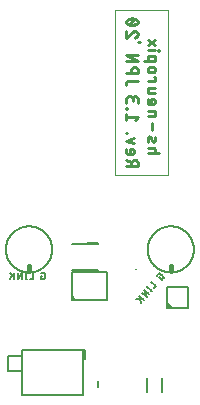
<source format=gbo>
G75*
%MOIN*%
%OFA0B0*%
%FSLAX25Y25*%
%IPPOS*%
%LPD*%
%AMOC8*
5,1,8,0,0,1.08239X$1,22.5*
%
%ADD10C,0.00787*%
%ADD11C,0.01575*%
%ADD12C,0.00600*%
%ADD13C,0.00900*%
%ADD14C,0.00394*%
%ADD15C,0.00500*%
D10*
X0166691Y0119457D02*
X0166693Y0119646D01*
X0166700Y0119834D01*
X0166712Y0120022D01*
X0166728Y0120210D01*
X0166749Y0120398D01*
X0166774Y0120585D01*
X0166804Y0120771D01*
X0166839Y0120957D01*
X0166878Y0121141D01*
X0166921Y0121325D01*
X0166969Y0121507D01*
X0167022Y0121688D01*
X0167079Y0121868D01*
X0167140Y0122047D01*
X0167206Y0122224D01*
X0167276Y0122399D01*
X0167350Y0122572D01*
X0167429Y0122744D01*
X0167512Y0122913D01*
X0167599Y0123081D01*
X0167690Y0123246D01*
X0167785Y0123409D01*
X0167884Y0123570D01*
X0167986Y0123728D01*
X0168093Y0123883D01*
X0168204Y0124036D01*
X0168318Y0124186D01*
X0168436Y0124334D01*
X0168557Y0124478D01*
X0168682Y0124619D01*
X0168811Y0124757D01*
X0168942Y0124893D01*
X0169078Y0125024D01*
X0169216Y0125153D01*
X0169357Y0125278D01*
X0169501Y0125399D01*
X0169649Y0125517D01*
X0169799Y0125631D01*
X0169952Y0125742D01*
X0170107Y0125849D01*
X0170265Y0125951D01*
X0170426Y0126050D01*
X0170589Y0126145D01*
X0170754Y0126236D01*
X0170922Y0126323D01*
X0171091Y0126406D01*
X0171263Y0126485D01*
X0171436Y0126559D01*
X0171611Y0126629D01*
X0171788Y0126695D01*
X0171967Y0126756D01*
X0172147Y0126813D01*
X0172328Y0126866D01*
X0172510Y0126914D01*
X0172694Y0126957D01*
X0172878Y0126996D01*
X0173064Y0127031D01*
X0173250Y0127061D01*
X0173437Y0127086D01*
X0173625Y0127107D01*
X0173813Y0127123D01*
X0174001Y0127135D01*
X0174189Y0127142D01*
X0174378Y0127144D01*
X0174567Y0127142D01*
X0174755Y0127135D01*
X0174943Y0127123D01*
X0175131Y0127107D01*
X0175319Y0127086D01*
X0175506Y0127061D01*
X0175692Y0127031D01*
X0175878Y0126996D01*
X0176062Y0126957D01*
X0176246Y0126914D01*
X0176428Y0126866D01*
X0176609Y0126813D01*
X0176789Y0126756D01*
X0176968Y0126695D01*
X0177145Y0126629D01*
X0177320Y0126559D01*
X0177493Y0126485D01*
X0177665Y0126406D01*
X0177834Y0126323D01*
X0178002Y0126236D01*
X0178167Y0126145D01*
X0178330Y0126050D01*
X0178491Y0125951D01*
X0178649Y0125849D01*
X0178804Y0125742D01*
X0178957Y0125631D01*
X0179107Y0125517D01*
X0179255Y0125399D01*
X0179399Y0125278D01*
X0179540Y0125153D01*
X0179678Y0125024D01*
X0179814Y0124893D01*
X0179945Y0124757D01*
X0180074Y0124619D01*
X0180199Y0124478D01*
X0180320Y0124334D01*
X0180438Y0124186D01*
X0180552Y0124036D01*
X0180663Y0123883D01*
X0180770Y0123728D01*
X0180872Y0123570D01*
X0180971Y0123409D01*
X0181066Y0123246D01*
X0181157Y0123081D01*
X0181244Y0122913D01*
X0181327Y0122744D01*
X0181406Y0122572D01*
X0181480Y0122399D01*
X0181550Y0122224D01*
X0181616Y0122047D01*
X0181677Y0121868D01*
X0181734Y0121688D01*
X0181787Y0121507D01*
X0181835Y0121325D01*
X0181878Y0121141D01*
X0181917Y0120957D01*
X0181952Y0120771D01*
X0181982Y0120585D01*
X0182007Y0120398D01*
X0182028Y0120210D01*
X0182044Y0120022D01*
X0182056Y0119834D01*
X0182063Y0119646D01*
X0182065Y0119457D01*
X0182063Y0119268D01*
X0182056Y0119080D01*
X0182044Y0118892D01*
X0182028Y0118704D01*
X0182007Y0118516D01*
X0181982Y0118329D01*
X0181952Y0118143D01*
X0181917Y0117957D01*
X0181878Y0117773D01*
X0181835Y0117589D01*
X0181787Y0117407D01*
X0181734Y0117226D01*
X0181677Y0117046D01*
X0181616Y0116867D01*
X0181550Y0116690D01*
X0181480Y0116515D01*
X0181406Y0116342D01*
X0181327Y0116170D01*
X0181244Y0116001D01*
X0181157Y0115833D01*
X0181066Y0115668D01*
X0180971Y0115505D01*
X0180872Y0115344D01*
X0180770Y0115186D01*
X0180663Y0115031D01*
X0180552Y0114878D01*
X0180438Y0114728D01*
X0180320Y0114580D01*
X0180199Y0114436D01*
X0180074Y0114295D01*
X0179945Y0114157D01*
X0179814Y0114021D01*
X0179678Y0113890D01*
X0179540Y0113761D01*
X0179399Y0113636D01*
X0179255Y0113515D01*
X0179107Y0113397D01*
X0178957Y0113283D01*
X0178804Y0113172D01*
X0178649Y0113065D01*
X0178491Y0112963D01*
X0178330Y0112864D01*
X0178167Y0112769D01*
X0178002Y0112678D01*
X0177834Y0112591D01*
X0177665Y0112508D01*
X0177493Y0112429D01*
X0177320Y0112355D01*
X0177145Y0112285D01*
X0176968Y0112219D01*
X0176789Y0112158D01*
X0176609Y0112101D01*
X0176428Y0112048D01*
X0176246Y0112000D01*
X0176062Y0111957D01*
X0175878Y0111918D01*
X0175692Y0111883D01*
X0175506Y0111853D01*
X0175319Y0111828D01*
X0175131Y0111807D01*
X0174943Y0111791D01*
X0174755Y0111779D01*
X0174567Y0111772D01*
X0174378Y0111770D01*
X0174189Y0111772D01*
X0174001Y0111779D01*
X0173813Y0111791D01*
X0173625Y0111807D01*
X0173437Y0111828D01*
X0173250Y0111853D01*
X0173064Y0111883D01*
X0172878Y0111918D01*
X0172694Y0111957D01*
X0172510Y0112000D01*
X0172328Y0112048D01*
X0172147Y0112101D01*
X0171967Y0112158D01*
X0171788Y0112219D01*
X0171611Y0112285D01*
X0171436Y0112355D01*
X0171263Y0112429D01*
X0171091Y0112508D01*
X0170922Y0112591D01*
X0170754Y0112678D01*
X0170589Y0112769D01*
X0170426Y0112864D01*
X0170265Y0112963D01*
X0170107Y0113065D01*
X0169952Y0113172D01*
X0169799Y0113283D01*
X0169649Y0113397D01*
X0169501Y0113515D01*
X0169357Y0113636D01*
X0169216Y0113761D01*
X0169078Y0113890D01*
X0168942Y0114021D01*
X0168811Y0114157D01*
X0168682Y0114295D01*
X0168557Y0114436D01*
X0168436Y0114580D01*
X0168318Y0114728D01*
X0168204Y0114878D01*
X0168093Y0115031D01*
X0167986Y0115186D01*
X0167884Y0115344D01*
X0167785Y0115505D01*
X0167690Y0115668D01*
X0167599Y0115833D01*
X0167512Y0116001D01*
X0167429Y0116170D01*
X0167350Y0116342D01*
X0167276Y0116515D01*
X0167206Y0116690D01*
X0167140Y0116867D01*
X0167079Y0117046D01*
X0167022Y0117226D01*
X0166969Y0117407D01*
X0166921Y0117589D01*
X0166878Y0117773D01*
X0166839Y0117957D01*
X0166804Y0118143D01*
X0166774Y0118329D01*
X0166749Y0118516D01*
X0166728Y0118704D01*
X0166712Y0118892D01*
X0166700Y0119080D01*
X0166693Y0119268D01*
X0166691Y0119457D01*
X0213935Y0119457D02*
X0213937Y0119646D01*
X0213944Y0119834D01*
X0213956Y0120022D01*
X0213972Y0120210D01*
X0213993Y0120398D01*
X0214018Y0120585D01*
X0214048Y0120771D01*
X0214083Y0120957D01*
X0214122Y0121141D01*
X0214165Y0121325D01*
X0214213Y0121507D01*
X0214266Y0121688D01*
X0214323Y0121868D01*
X0214384Y0122047D01*
X0214450Y0122224D01*
X0214520Y0122399D01*
X0214594Y0122572D01*
X0214673Y0122744D01*
X0214756Y0122913D01*
X0214843Y0123081D01*
X0214934Y0123246D01*
X0215029Y0123409D01*
X0215128Y0123570D01*
X0215230Y0123728D01*
X0215337Y0123883D01*
X0215448Y0124036D01*
X0215562Y0124186D01*
X0215680Y0124334D01*
X0215801Y0124478D01*
X0215926Y0124619D01*
X0216055Y0124757D01*
X0216186Y0124893D01*
X0216322Y0125024D01*
X0216460Y0125153D01*
X0216601Y0125278D01*
X0216745Y0125399D01*
X0216893Y0125517D01*
X0217043Y0125631D01*
X0217196Y0125742D01*
X0217351Y0125849D01*
X0217509Y0125951D01*
X0217670Y0126050D01*
X0217833Y0126145D01*
X0217998Y0126236D01*
X0218166Y0126323D01*
X0218335Y0126406D01*
X0218507Y0126485D01*
X0218680Y0126559D01*
X0218855Y0126629D01*
X0219032Y0126695D01*
X0219211Y0126756D01*
X0219391Y0126813D01*
X0219572Y0126866D01*
X0219754Y0126914D01*
X0219938Y0126957D01*
X0220122Y0126996D01*
X0220308Y0127031D01*
X0220494Y0127061D01*
X0220681Y0127086D01*
X0220869Y0127107D01*
X0221057Y0127123D01*
X0221245Y0127135D01*
X0221433Y0127142D01*
X0221622Y0127144D01*
X0221811Y0127142D01*
X0221999Y0127135D01*
X0222187Y0127123D01*
X0222375Y0127107D01*
X0222563Y0127086D01*
X0222750Y0127061D01*
X0222936Y0127031D01*
X0223122Y0126996D01*
X0223306Y0126957D01*
X0223490Y0126914D01*
X0223672Y0126866D01*
X0223853Y0126813D01*
X0224033Y0126756D01*
X0224212Y0126695D01*
X0224389Y0126629D01*
X0224564Y0126559D01*
X0224737Y0126485D01*
X0224909Y0126406D01*
X0225078Y0126323D01*
X0225246Y0126236D01*
X0225411Y0126145D01*
X0225574Y0126050D01*
X0225735Y0125951D01*
X0225893Y0125849D01*
X0226048Y0125742D01*
X0226201Y0125631D01*
X0226351Y0125517D01*
X0226499Y0125399D01*
X0226643Y0125278D01*
X0226784Y0125153D01*
X0226922Y0125024D01*
X0227058Y0124893D01*
X0227189Y0124757D01*
X0227318Y0124619D01*
X0227443Y0124478D01*
X0227564Y0124334D01*
X0227682Y0124186D01*
X0227796Y0124036D01*
X0227907Y0123883D01*
X0228014Y0123728D01*
X0228116Y0123570D01*
X0228215Y0123409D01*
X0228310Y0123246D01*
X0228401Y0123081D01*
X0228488Y0122913D01*
X0228571Y0122744D01*
X0228650Y0122572D01*
X0228724Y0122399D01*
X0228794Y0122224D01*
X0228860Y0122047D01*
X0228921Y0121868D01*
X0228978Y0121688D01*
X0229031Y0121507D01*
X0229079Y0121325D01*
X0229122Y0121141D01*
X0229161Y0120957D01*
X0229196Y0120771D01*
X0229226Y0120585D01*
X0229251Y0120398D01*
X0229272Y0120210D01*
X0229288Y0120022D01*
X0229300Y0119834D01*
X0229307Y0119646D01*
X0229309Y0119457D01*
X0229307Y0119268D01*
X0229300Y0119080D01*
X0229288Y0118892D01*
X0229272Y0118704D01*
X0229251Y0118516D01*
X0229226Y0118329D01*
X0229196Y0118143D01*
X0229161Y0117957D01*
X0229122Y0117773D01*
X0229079Y0117589D01*
X0229031Y0117407D01*
X0228978Y0117226D01*
X0228921Y0117046D01*
X0228860Y0116867D01*
X0228794Y0116690D01*
X0228724Y0116515D01*
X0228650Y0116342D01*
X0228571Y0116170D01*
X0228488Y0116001D01*
X0228401Y0115833D01*
X0228310Y0115668D01*
X0228215Y0115505D01*
X0228116Y0115344D01*
X0228014Y0115186D01*
X0227907Y0115031D01*
X0227796Y0114878D01*
X0227682Y0114728D01*
X0227564Y0114580D01*
X0227443Y0114436D01*
X0227318Y0114295D01*
X0227189Y0114157D01*
X0227058Y0114021D01*
X0226922Y0113890D01*
X0226784Y0113761D01*
X0226643Y0113636D01*
X0226499Y0113515D01*
X0226351Y0113397D01*
X0226201Y0113283D01*
X0226048Y0113172D01*
X0225893Y0113065D01*
X0225735Y0112963D01*
X0225574Y0112864D01*
X0225411Y0112769D01*
X0225246Y0112678D01*
X0225078Y0112591D01*
X0224909Y0112508D01*
X0224737Y0112429D01*
X0224564Y0112355D01*
X0224389Y0112285D01*
X0224212Y0112219D01*
X0224033Y0112158D01*
X0223853Y0112101D01*
X0223672Y0112048D01*
X0223490Y0112000D01*
X0223306Y0111957D01*
X0223122Y0111918D01*
X0222936Y0111883D01*
X0222750Y0111853D01*
X0222563Y0111828D01*
X0222375Y0111807D01*
X0222187Y0111791D01*
X0221999Y0111779D01*
X0221811Y0111772D01*
X0221622Y0111770D01*
X0221433Y0111772D01*
X0221245Y0111779D01*
X0221057Y0111791D01*
X0220869Y0111807D01*
X0220681Y0111828D01*
X0220494Y0111853D01*
X0220308Y0111883D01*
X0220122Y0111918D01*
X0219938Y0111957D01*
X0219754Y0112000D01*
X0219572Y0112048D01*
X0219391Y0112101D01*
X0219211Y0112158D01*
X0219032Y0112219D01*
X0218855Y0112285D01*
X0218680Y0112355D01*
X0218507Y0112429D01*
X0218335Y0112508D01*
X0218166Y0112591D01*
X0217998Y0112678D01*
X0217833Y0112769D01*
X0217670Y0112864D01*
X0217509Y0112963D01*
X0217351Y0113065D01*
X0217196Y0113172D01*
X0217043Y0113283D01*
X0216893Y0113397D01*
X0216745Y0113515D01*
X0216601Y0113636D01*
X0216460Y0113761D01*
X0216322Y0113890D01*
X0216186Y0114021D01*
X0216055Y0114157D01*
X0215926Y0114295D01*
X0215801Y0114436D01*
X0215680Y0114580D01*
X0215562Y0114728D01*
X0215448Y0114878D01*
X0215337Y0115031D01*
X0215230Y0115186D01*
X0215128Y0115344D01*
X0215029Y0115505D01*
X0214934Y0115668D01*
X0214843Y0115833D01*
X0214756Y0116001D01*
X0214673Y0116170D01*
X0214594Y0116342D01*
X0214520Y0116515D01*
X0214450Y0116690D01*
X0214384Y0116867D01*
X0214323Y0117046D01*
X0214266Y0117226D01*
X0214213Y0117407D01*
X0214165Y0117589D01*
X0214122Y0117773D01*
X0214083Y0117957D01*
X0214048Y0118143D01*
X0214018Y0118329D01*
X0213993Y0118516D01*
X0213972Y0118704D01*
X0213956Y0118892D01*
X0213944Y0119080D01*
X0213937Y0119268D01*
X0213935Y0119457D01*
D11*
X0221622Y0113945D02*
X0221622Y0112370D01*
X0174378Y0112370D02*
X0174378Y0113945D01*
D12*
X0173727Y0111677D02*
X0173248Y0111677D01*
X0173487Y0111677D02*
X0173487Y0109521D01*
X0173248Y0109521D02*
X0173727Y0109521D01*
X0174690Y0109521D02*
X0175648Y0109521D01*
X0175648Y0111677D01*
X0178428Y0111677D02*
X0179146Y0111677D01*
X0179188Y0111675D01*
X0179229Y0111670D01*
X0179270Y0111661D01*
X0179310Y0111648D01*
X0179348Y0111632D01*
X0179386Y0111613D01*
X0179421Y0111590D01*
X0179454Y0111565D01*
X0179485Y0111537D01*
X0179513Y0111506D01*
X0179538Y0111473D01*
X0179561Y0111438D01*
X0179580Y0111400D01*
X0179596Y0111362D01*
X0179609Y0111322D01*
X0179618Y0111281D01*
X0179623Y0111240D01*
X0179625Y0111198D01*
X0179626Y0111198D02*
X0179626Y0110000D01*
X0179625Y0110000D02*
X0179623Y0109958D01*
X0179618Y0109917D01*
X0179609Y0109876D01*
X0179596Y0109836D01*
X0179580Y0109798D01*
X0179561Y0109761D01*
X0179538Y0109725D01*
X0179513Y0109692D01*
X0179485Y0109661D01*
X0179454Y0109633D01*
X0179421Y0109608D01*
X0179386Y0109585D01*
X0179348Y0109566D01*
X0179310Y0109550D01*
X0179270Y0109537D01*
X0179229Y0109528D01*
X0179188Y0109523D01*
X0179146Y0109521D01*
X0178428Y0109521D01*
X0178428Y0110719D01*
X0178787Y0110719D01*
X0172019Y0111677D02*
X0170822Y0109521D01*
X0170822Y0111677D01*
X0172019Y0111677D02*
X0172019Y0109521D01*
X0169305Y0109521D02*
X0169305Y0111677D01*
X0168826Y0110838D02*
X0168108Y0109521D01*
X0169305Y0110359D02*
X0168108Y0111677D01*
X0210169Y0103008D02*
X0211950Y0103023D01*
X0211273Y0102985D02*
X0211777Y0101571D01*
X0212575Y0102464D02*
X0210968Y0103901D01*
X0211978Y0105032D02*
X0213585Y0103595D01*
X0212777Y0105924D01*
X0214384Y0104487D01*
X0215203Y0105403D02*
X0215522Y0105760D01*
X0215362Y0105582D02*
X0213755Y0107019D01*
X0213915Y0107197D02*
X0213595Y0106840D01*
X0215195Y0108630D02*
X0216802Y0107193D01*
X0216164Y0106478D01*
X0218655Y0109265D02*
X0217762Y0110063D01*
X0218002Y0110331D01*
X0218203Y0111275D02*
X0218171Y0111302D01*
X0218136Y0111325D01*
X0218100Y0111346D01*
X0218062Y0111363D01*
X0218022Y0111377D01*
X0217982Y0111387D01*
X0217941Y0111394D01*
X0217899Y0111397D01*
X0217857Y0111396D01*
X0217816Y0111392D01*
X0217775Y0111384D01*
X0217734Y0111373D01*
X0217695Y0111358D01*
X0217658Y0111340D01*
X0217622Y0111319D01*
X0217588Y0111294D01*
X0217556Y0111267D01*
X0217527Y0111237D01*
X0217527Y0111238D02*
X0217048Y0110702D01*
X0218204Y0111275D02*
X0219096Y0110477D01*
X0219126Y0110448D01*
X0219153Y0110416D01*
X0219178Y0110382D01*
X0219199Y0110346D01*
X0219217Y0110309D01*
X0219232Y0110270D01*
X0219243Y0110229D01*
X0219251Y0110188D01*
X0219255Y0110147D01*
X0219256Y0110105D01*
X0219253Y0110063D01*
X0219246Y0110022D01*
X0219236Y0109982D01*
X0219222Y0109942D01*
X0219205Y0109904D01*
X0219184Y0109868D01*
X0219161Y0109833D01*
X0219134Y0109801D01*
X0218655Y0109265D01*
D13*
X0210621Y0147142D02*
X0206797Y0147142D01*
X0208497Y0147142D02*
X0208497Y0148205D01*
X0208497Y0148417D02*
X0206797Y0149267D01*
X0207434Y0151277D02*
X0208497Y0151277D01*
X0208072Y0151277D02*
X0208072Y0152977D01*
X0208497Y0152977D01*
X0208554Y0152975D01*
X0208610Y0152969D01*
X0208666Y0152960D01*
X0208722Y0152947D01*
X0208776Y0152930D01*
X0208829Y0152910D01*
X0208880Y0152886D01*
X0208930Y0152858D01*
X0208978Y0152828D01*
X0209024Y0152794D01*
X0209067Y0152757D01*
X0209108Y0152718D01*
X0209146Y0152676D01*
X0209181Y0152631D01*
X0209213Y0152584D01*
X0209242Y0152535D01*
X0209268Y0152485D01*
X0209290Y0152432D01*
X0209309Y0152379D01*
X0209324Y0152324D01*
X0209335Y0152268D01*
X0209343Y0152212D01*
X0209347Y0152155D01*
X0209347Y0152099D01*
X0209343Y0152042D01*
X0209335Y0151986D01*
X0209324Y0151930D01*
X0209309Y0151875D01*
X0209290Y0151822D01*
X0209268Y0151769D01*
X0209242Y0151719D01*
X0209213Y0151670D01*
X0209181Y0151623D01*
X0209146Y0151578D01*
X0209108Y0151536D01*
X0209067Y0151497D01*
X0209024Y0151460D01*
X0208978Y0151426D01*
X0208930Y0151396D01*
X0208880Y0151368D01*
X0208829Y0151344D01*
X0208776Y0151324D01*
X0208722Y0151307D01*
X0208666Y0151294D01*
X0208610Y0151285D01*
X0208554Y0151279D01*
X0208497Y0151277D01*
X0207434Y0151277D02*
X0207386Y0151279D01*
X0207339Y0151284D01*
X0207292Y0151293D01*
X0207246Y0151305D01*
X0207201Y0151321D01*
X0207158Y0151340D01*
X0207116Y0151362D01*
X0207075Y0151388D01*
X0207037Y0151416D01*
X0207001Y0151447D01*
X0206967Y0151481D01*
X0206936Y0151517D01*
X0206908Y0151555D01*
X0206882Y0151596D01*
X0206860Y0151638D01*
X0206841Y0151681D01*
X0206825Y0151726D01*
X0206813Y0151772D01*
X0206804Y0151819D01*
X0206799Y0151866D01*
X0206797Y0151914D01*
X0206797Y0152977D01*
X0206797Y0155670D02*
X0209346Y0156520D01*
X0209346Y0154820D02*
X0206797Y0155670D01*
X0206797Y0158115D02*
X0206797Y0158328D01*
X0207009Y0158328D01*
X0207009Y0158115D01*
X0206797Y0158115D01*
X0206797Y0162403D02*
X0206797Y0164528D01*
X0206797Y0163465D02*
X0210621Y0163465D01*
X0209771Y0162403D01*
X0207009Y0166336D02*
X0207009Y0166548D01*
X0206797Y0166548D01*
X0206797Y0166336D01*
X0207009Y0166336D01*
X0206797Y0168356D02*
X0206797Y0169418D01*
X0206799Y0169482D01*
X0206805Y0169546D01*
X0206814Y0169609D01*
X0206828Y0169672D01*
X0206845Y0169734D01*
X0206866Y0169795D01*
X0206891Y0169854D01*
X0206919Y0169912D01*
X0206950Y0169967D01*
X0206985Y0170021D01*
X0207023Y0170073D01*
X0207064Y0170122D01*
X0207108Y0170169D01*
X0207155Y0170213D01*
X0207204Y0170254D01*
X0207256Y0170292D01*
X0207310Y0170327D01*
X0207365Y0170358D01*
X0207423Y0170386D01*
X0207482Y0170411D01*
X0207543Y0170432D01*
X0207605Y0170449D01*
X0207668Y0170463D01*
X0207731Y0170472D01*
X0207795Y0170478D01*
X0207859Y0170480D01*
X0207923Y0170478D01*
X0207987Y0170472D01*
X0208050Y0170463D01*
X0208113Y0170449D01*
X0208175Y0170432D01*
X0208236Y0170411D01*
X0208295Y0170386D01*
X0208353Y0170358D01*
X0208408Y0170327D01*
X0208462Y0170292D01*
X0208514Y0170254D01*
X0208563Y0170213D01*
X0208610Y0170169D01*
X0208654Y0170122D01*
X0208695Y0170073D01*
X0208733Y0170021D01*
X0208768Y0169967D01*
X0208799Y0169912D01*
X0208827Y0169854D01*
X0208852Y0169795D01*
X0208873Y0169734D01*
X0208890Y0169672D01*
X0208904Y0169609D01*
X0208913Y0169546D01*
X0208919Y0169482D01*
X0208921Y0169418D01*
X0208922Y0169631D02*
X0208922Y0168781D01*
X0208921Y0169631D02*
X0208923Y0169688D01*
X0208929Y0169744D01*
X0208938Y0169800D01*
X0208951Y0169856D01*
X0208968Y0169910D01*
X0208988Y0169963D01*
X0209012Y0170014D01*
X0209040Y0170064D01*
X0209070Y0170112D01*
X0209104Y0170158D01*
X0209141Y0170201D01*
X0209180Y0170242D01*
X0209222Y0170280D01*
X0209267Y0170315D01*
X0209314Y0170347D01*
X0209363Y0170376D01*
X0209413Y0170402D01*
X0209466Y0170424D01*
X0209519Y0170443D01*
X0209574Y0170458D01*
X0209630Y0170469D01*
X0209686Y0170477D01*
X0209743Y0170481D01*
X0209799Y0170481D01*
X0209856Y0170477D01*
X0209912Y0170469D01*
X0209968Y0170458D01*
X0210023Y0170443D01*
X0210076Y0170424D01*
X0210129Y0170402D01*
X0210179Y0170376D01*
X0210228Y0170347D01*
X0210275Y0170315D01*
X0210320Y0170280D01*
X0210362Y0170242D01*
X0210401Y0170201D01*
X0210438Y0170158D01*
X0210472Y0170112D01*
X0210502Y0170064D01*
X0210530Y0170014D01*
X0210554Y0169963D01*
X0210574Y0169910D01*
X0210591Y0169856D01*
X0210604Y0169800D01*
X0210613Y0169744D01*
X0210619Y0169688D01*
X0210621Y0169631D01*
X0210621Y0168356D01*
X0213883Y0168449D02*
X0213883Y0169512D01*
X0213884Y0168449D02*
X0213886Y0168401D01*
X0213891Y0168354D01*
X0213900Y0168307D01*
X0213912Y0168261D01*
X0213928Y0168216D01*
X0213947Y0168173D01*
X0213969Y0168131D01*
X0213995Y0168090D01*
X0214023Y0168052D01*
X0214054Y0168016D01*
X0214088Y0167982D01*
X0214124Y0167951D01*
X0214162Y0167923D01*
X0214203Y0167897D01*
X0214245Y0167875D01*
X0214288Y0167856D01*
X0214333Y0167840D01*
X0214379Y0167828D01*
X0214426Y0167819D01*
X0214473Y0167814D01*
X0214521Y0167812D01*
X0215583Y0167812D01*
X0215158Y0167812D02*
X0215158Y0169512D01*
X0215583Y0169512D01*
X0215640Y0169510D01*
X0215696Y0169504D01*
X0215752Y0169495D01*
X0215808Y0169482D01*
X0215862Y0169465D01*
X0215915Y0169445D01*
X0215966Y0169421D01*
X0216016Y0169393D01*
X0216064Y0169363D01*
X0216110Y0169329D01*
X0216153Y0169292D01*
X0216194Y0169253D01*
X0216232Y0169211D01*
X0216267Y0169166D01*
X0216299Y0169119D01*
X0216328Y0169070D01*
X0216354Y0169020D01*
X0216376Y0168967D01*
X0216395Y0168914D01*
X0216410Y0168859D01*
X0216421Y0168803D01*
X0216429Y0168747D01*
X0216433Y0168690D01*
X0216433Y0168634D01*
X0216429Y0168577D01*
X0216421Y0168521D01*
X0216410Y0168465D01*
X0216395Y0168410D01*
X0216376Y0168357D01*
X0216354Y0168304D01*
X0216328Y0168254D01*
X0216299Y0168205D01*
X0216267Y0168158D01*
X0216232Y0168113D01*
X0216194Y0168071D01*
X0216153Y0168032D01*
X0216110Y0167995D01*
X0216064Y0167961D01*
X0216016Y0167931D01*
X0215966Y0167903D01*
X0215915Y0167879D01*
X0215862Y0167859D01*
X0215808Y0167842D01*
X0215752Y0167829D01*
X0215696Y0167820D01*
X0215640Y0167814D01*
X0215583Y0167812D01*
X0215796Y0165685D02*
X0213883Y0165685D01*
X0213883Y0163985D02*
X0216433Y0163985D01*
X0216433Y0165048D01*
X0216431Y0165096D01*
X0216426Y0165143D01*
X0216417Y0165190D01*
X0216405Y0165236D01*
X0216389Y0165281D01*
X0216370Y0165324D01*
X0216348Y0165367D01*
X0216322Y0165407D01*
X0216294Y0165445D01*
X0216263Y0165481D01*
X0216229Y0165515D01*
X0216193Y0165546D01*
X0216155Y0165574D01*
X0216115Y0165600D01*
X0216072Y0165622D01*
X0216029Y0165641D01*
X0215984Y0165657D01*
X0215938Y0165669D01*
X0215891Y0165678D01*
X0215844Y0165683D01*
X0215796Y0165685D01*
X0215371Y0161716D02*
X0215371Y0159167D01*
X0214946Y0156721D02*
X0215371Y0155658D01*
X0215370Y0155658D02*
X0215389Y0155616D01*
X0215412Y0155576D01*
X0215438Y0155537D01*
X0215467Y0155501D01*
X0215499Y0155467D01*
X0215533Y0155437D01*
X0215570Y0155409D01*
X0215609Y0155384D01*
X0215651Y0155363D01*
X0215693Y0155345D01*
X0215738Y0155331D01*
X0215783Y0155321D01*
X0215829Y0155315D01*
X0215875Y0155312D01*
X0215921Y0155313D01*
X0215967Y0155319D01*
X0216013Y0155328D01*
X0216057Y0155341D01*
X0216100Y0155357D01*
X0216142Y0155377D01*
X0216182Y0155401D01*
X0216220Y0155428D01*
X0216255Y0155458D01*
X0216288Y0155490D01*
X0216318Y0155526D01*
X0216345Y0155564D01*
X0216368Y0155604D01*
X0216388Y0155645D01*
X0216405Y0155689D01*
X0216417Y0155733D01*
X0216426Y0155779D01*
X0216432Y0155825D01*
X0216433Y0155871D01*
X0214096Y0155340D02*
X0214057Y0155453D01*
X0214023Y0155567D01*
X0213992Y0155682D01*
X0213964Y0155798D01*
X0213941Y0155915D01*
X0213922Y0156033D01*
X0213906Y0156152D01*
X0213895Y0156270D01*
X0213887Y0156389D01*
X0213883Y0156509D01*
X0213883Y0156508D02*
X0213884Y0156554D01*
X0213890Y0156600D01*
X0213899Y0156646D01*
X0213911Y0156690D01*
X0213928Y0156734D01*
X0213948Y0156775D01*
X0213971Y0156815D01*
X0213998Y0156853D01*
X0214028Y0156889D01*
X0214061Y0156921D01*
X0214096Y0156951D01*
X0214134Y0156978D01*
X0214174Y0157002D01*
X0214216Y0157022D01*
X0214259Y0157038D01*
X0214303Y0157051D01*
X0214349Y0157060D01*
X0214395Y0157066D01*
X0214441Y0157067D01*
X0214487Y0157064D01*
X0214533Y0157058D01*
X0214578Y0157048D01*
X0214623Y0157034D01*
X0214665Y0157016D01*
X0214707Y0156995D01*
X0214746Y0156970D01*
X0214783Y0156942D01*
X0214817Y0156912D01*
X0214849Y0156878D01*
X0214878Y0156842D01*
X0214904Y0156803D01*
X0214927Y0156763D01*
X0214946Y0156721D01*
X0216221Y0156827D02*
X0216257Y0156744D01*
X0216289Y0156661D01*
X0216318Y0156576D01*
X0216344Y0156490D01*
X0216366Y0156403D01*
X0216386Y0156316D01*
X0216402Y0156227D01*
X0216415Y0156139D01*
X0216425Y0156050D01*
X0216431Y0155960D01*
X0216434Y0155870D01*
X0215796Y0153212D02*
X0213883Y0153212D01*
X0213883Y0151513D02*
X0217708Y0151513D01*
X0216433Y0151513D02*
X0216433Y0152575D01*
X0216431Y0152623D01*
X0216426Y0152670D01*
X0216417Y0152717D01*
X0216405Y0152763D01*
X0216389Y0152808D01*
X0216370Y0152851D01*
X0216348Y0152894D01*
X0216322Y0152934D01*
X0216294Y0152972D01*
X0216263Y0153008D01*
X0216229Y0153042D01*
X0216193Y0153073D01*
X0216155Y0153101D01*
X0216115Y0153127D01*
X0216072Y0153149D01*
X0216029Y0153168D01*
X0215984Y0153184D01*
X0215938Y0153196D01*
X0215891Y0153205D01*
X0215844Y0153210D01*
X0215796Y0153212D01*
X0210621Y0148205D02*
X0210621Y0147142D01*
X0210621Y0148205D02*
X0210619Y0148269D01*
X0210613Y0148333D01*
X0210604Y0148396D01*
X0210590Y0148459D01*
X0210573Y0148521D01*
X0210552Y0148582D01*
X0210527Y0148641D01*
X0210499Y0148699D01*
X0210468Y0148754D01*
X0210433Y0148808D01*
X0210395Y0148860D01*
X0210354Y0148909D01*
X0210310Y0148956D01*
X0210263Y0149000D01*
X0210214Y0149041D01*
X0210162Y0149079D01*
X0210108Y0149114D01*
X0210053Y0149145D01*
X0209995Y0149173D01*
X0209936Y0149198D01*
X0209875Y0149219D01*
X0209813Y0149236D01*
X0209750Y0149250D01*
X0209687Y0149259D01*
X0209623Y0149265D01*
X0209559Y0149267D01*
X0209495Y0149265D01*
X0209431Y0149259D01*
X0209368Y0149250D01*
X0209305Y0149236D01*
X0209243Y0149219D01*
X0209182Y0149198D01*
X0209123Y0149173D01*
X0209065Y0149145D01*
X0209010Y0149114D01*
X0208956Y0149079D01*
X0208904Y0149041D01*
X0208855Y0149000D01*
X0208808Y0148956D01*
X0208764Y0148909D01*
X0208723Y0148860D01*
X0208685Y0148808D01*
X0208650Y0148754D01*
X0208619Y0148699D01*
X0208591Y0148641D01*
X0208566Y0148582D01*
X0208545Y0148521D01*
X0208528Y0148459D01*
X0208514Y0148396D01*
X0208505Y0148333D01*
X0208499Y0148269D01*
X0208497Y0148205D01*
X0214521Y0171639D02*
X0216433Y0171639D01*
X0216433Y0173338D02*
X0213883Y0173338D01*
X0213883Y0172276D01*
X0213884Y0172276D02*
X0213886Y0172228D01*
X0213891Y0172181D01*
X0213900Y0172134D01*
X0213912Y0172088D01*
X0213928Y0172043D01*
X0213947Y0172000D01*
X0213969Y0171958D01*
X0213995Y0171917D01*
X0214023Y0171879D01*
X0214054Y0171843D01*
X0214088Y0171809D01*
X0214124Y0171778D01*
X0214162Y0171750D01*
X0214203Y0171724D01*
X0214245Y0171702D01*
X0214288Y0171683D01*
X0214333Y0171667D01*
X0214379Y0171655D01*
X0214426Y0171646D01*
X0214473Y0171641D01*
X0214521Y0171639D01*
X0213883Y0175649D02*
X0216433Y0175649D01*
X0216433Y0176924D01*
X0216008Y0176924D01*
X0215583Y0178442D02*
X0214733Y0178442D01*
X0214676Y0178444D01*
X0214620Y0178450D01*
X0214564Y0178459D01*
X0214508Y0178472D01*
X0214454Y0178489D01*
X0214401Y0178509D01*
X0214350Y0178533D01*
X0214300Y0178561D01*
X0214252Y0178591D01*
X0214206Y0178625D01*
X0214163Y0178662D01*
X0214122Y0178701D01*
X0214084Y0178743D01*
X0214049Y0178788D01*
X0214017Y0178835D01*
X0213988Y0178884D01*
X0213962Y0178934D01*
X0213940Y0178987D01*
X0213921Y0179040D01*
X0213906Y0179095D01*
X0213895Y0179151D01*
X0213887Y0179207D01*
X0213883Y0179264D01*
X0213883Y0179320D01*
X0213887Y0179377D01*
X0213895Y0179433D01*
X0213906Y0179489D01*
X0213921Y0179544D01*
X0213940Y0179597D01*
X0213962Y0179650D01*
X0213988Y0179700D01*
X0214017Y0179749D01*
X0214049Y0179796D01*
X0214084Y0179841D01*
X0214122Y0179883D01*
X0214163Y0179922D01*
X0214206Y0179959D01*
X0214252Y0179993D01*
X0214300Y0180023D01*
X0214350Y0180051D01*
X0214401Y0180075D01*
X0214454Y0180095D01*
X0214508Y0180112D01*
X0214564Y0180125D01*
X0214620Y0180134D01*
X0214676Y0180140D01*
X0214733Y0180142D01*
X0215583Y0180142D01*
X0215640Y0180140D01*
X0215696Y0180134D01*
X0215752Y0180125D01*
X0215808Y0180112D01*
X0215862Y0180095D01*
X0215915Y0180075D01*
X0215966Y0180051D01*
X0216016Y0180023D01*
X0216064Y0179993D01*
X0216110Y0179959D01*
X0216153Y0179922D01*
X0216194Y0179883D01*
X0216232Y0179841D01*
X0216267Y0179796D01*
X0216299Y0179749D01*
X0216328Y0179700D01*
X0216354Y0179650D01*
X0216376Y0179597D01*
X0216395Y0179544D01*
X0216410Y0179489D01*
X0216421Y0179433D01*
X0216429Y0179377D01*
X0216433Y0179320D01*
X0216433Y0179264D01*
X0216429Y0179207D01*
X0216421Y0179151D01*
X0216410Y0179095D01*
X0216395Y0179040D01*
X0216376Y0178987D01*
X0216354Y0178934D01*
X0216328Y0178884D01*
X0216299Y0178835D01*
X0216267Y0178788D01*
X0216232Y0178743D01*
X0216194Y0178701D01*
X0216153Y0178662D01*
X0216110Y0178625D01*
X0216064Y0178591D01*
X0216016Y0178561D01*
X0215966Y0178533D01*
X0215915Y0178509D01*
X0215862Y0178489D01*
X0215808Y0178472D01*
X0215752Y0178459D01*
X0215696Y0178450D01*
X0215640Y0178444D01*
X0215583Y0178442D01*
X0216433Y0182306D02*
X0212609Y0182306D01*
X0213883Y0182306D02*
X0213883Y0183368D01*
X0213884Y0183368D02*
X0213886Y0183416D01*
X0213891Y0183463D01*
X0213900Y0183510D01*
X0213912Y0183556D01*
X0213928Y0183601D01*
X0213947Y0183644D01*
X0213969Y0183687D01*
X0213995Y0183727D01*
X0214023Y0183765D01*
X0214054Y0183801D01*
X0214088Y0183835D01*
X0214124Y0183866D01*
X0214162Y0183894D01*
X0214203Y0183920D01*
X0214245Y0183942D01*
X0214288Y0183961D01*
X0214333Y0183977D01*
X0214379Y0183989D01*
X0214426Y0183998D01*
X0214473Y0184003D01*
X0214521Y0184005D01*
X0215796Y0184005D01*
X0215844Y0184003D01*
X0215891Y0183998D01*
X0215938Y0183989D01*
X0215984Y0183977D01*
X0216029Y0183961D01*
X0216072Y0183942D01*
X0216115Y0183920D01*
X0216155Y0183894D01*
X0216193Y0183866D01*
X0216229Y0183835D01*
X0216263Y0183801D01*
X0216294Y0183765D01*
X0216322Y0183727D01*
X0216348Y0183687D01*
X0216370Y0183644D01*
X0216389Y0183601D01*
X0216405Y0183556D01*
X0216417Y0183510D01*
X0216426Y0183463D01*
X0216431Y0183416D01*
X0216433Y0183368D01*
X0216433Y0182306D01*
X0216433Y0185811D02*
X0213883Y0185811D01*
X0213883Y0187513D02*
X0216433Y0189212D01*
X0216433Y0187513D02*
X0213883Y0189212D01*
X0211471Y0188410D02*
X0210621Y0188410D01*
X0208921Y0191847D02*
X0208963Y0191889D01*
X0209008Y0191928D01*
X0209055Y0191965D01*
X0209104Y0191999D01*
X0209154Y0192030D01*
X0209207Y0192058D01*
X0209260Y0192083D01*
X0209316Y0192105D01*
X0209372Y0192123D01*
X0209429Y0192139D01*
X0209488Y0192151D01*
X0209546Y0192159D01*
X0209606Y0192164D01*
X0209665Y0192166D01*
X0208922Y0191847D02*
X0206797Y0190041D01*
X0206797Y0192166D01*
X0207328Y0196099D02*
X0207427Y0196146D01*
X0207529Y0196189D01*
X0207631Y0196228D01*
X0207735Y0196264D01*
X0207841Y0196296D01*
X0207947Y0196324D01*
X0208054Y0196349D01*
X0208162Y0196370D01*
X0208271Y0196387D01*
X0208380Y0196401D01*
X0208489Y0196410D01*
X0208599Y0196416D01*
X0208709Y0196418D01*
X0208709Y0194292D02*
X0208819Y0194294D01*
X0208929Y0194300D01*
X0209038Y0194309D01*
X0209147Y0194323D01*
X0209256Y0194340D01*
X0209364Y0194361D01*
X0209471Y0194386D01*
X0209577Y0194414D01*
X0209683Y0194446D01*
X0209787Y0194482D01*
X0209889Y0194521D01*
X0209991Y0194564D01*
X0210090Y0194611D01*
X0210621Y0195355D02*
X0210619Y0195409D01*
X0210614Y0195463D01*
X0210604Y0195516D01*
X0210591Y0195569D01*
X0210575Y0195621D01*
X0210555Y0195671D01*
X0210531Y0195720D01*
X0210505Y0195767D01*
X0210475Y0195812D01*
X0210442Y0195855D01*
X0210406Y0195895D01*
X0210367Y0195933D01*
X0210326Y0195969D01*
X0210283Y0196001D01*
X0210237Y0196030D01*
X0210190Y0196056D01*
X0210141Y0196079D01*
X0210090Y0196099D01*
X0209771Y0196205D02*
X0207647Y0194505D01*
X0206797Y0195355D02*
X0206799Y0195409D01*
X0206804Y0195463D01*
X0206814Y0195516D01*
X0206827Y0195569D01*
X0206843Y0195621D01*
X0206863Y0195671D01*
X0206887Y0195720D01*
X0206913Y0195767D01*
X0206943Y0195812D01*
X0206976Y0195855D01*
X0207012Y0195895D01*
X0207051Y0195933D01*
X0207092Y0195969D01*
X0207135Y0196001D01*
X0207181Y0196030D01*
X0207228Y0196056D01*
X0207277Y0196079D01*
X0207328Y0196099D01*
X0206797Y0195355D02*
X0206799Y0195301D01*
X0206804Y0195247D01*
X0206814Y0195194D01*
X0206827Y0195141D01*
X0206843Y0195089D01*
X0206863Y0195039D01*
X0206887Y0194990D01*
X0206913Y0194943D01*
X0206943Y0194898D01*
X0206976Y0194855D01*
X0207012Y0194815D01*
X0207051Y0194777D01*
X0207092Y0194741D01*
X0207135Y0194709D01*
X0207181Y0194680D01*
X0207228Y0194654D01*
X0207277Y0194631D01*
X0207328Y0194611D01*
X0208709Y0196418D02*
X0208819Y0196416D01*
X0208929Y0196410D01*
X0209038Y0196401D01*
X0209147Y0196387D01*
X0209256Y0196370D01*
X0209364Y0196349D01*
X0209471Y0196324D01*
X0209577Y0196296D01*
X0209683Y0196264D01*
X0209787Y0196228D01*
X0209889Y0196189D01*
X0209991Y0196146D01*
X0210090Y0196099D01*
X0210621Y0195355D02*
X0210619Y0195301D01*
X0210614Y0195247D01*
X0210604Y0195194D01*
X0210591Y0195141D01*
X0210575Y0195089D01*
X0210555Y0195039D01*
X0210531Y0194990D01*
X0210505Y0194943D01*
X0210475Y0194898D01*
X0210442Y0194855D01*
X0210406Y0194815D01*
X0210367Y0194777D01*
X0210326Y0194741D01*
X0210283Y0194709D01*
X0210237Y0194680D01*
X0210190Y0194654D01*
X0210140Y0194631D01*
X0210090Y0194611D01*
X0208709Y0194292D02*
X0208599Y0194294D01*
X0208489Y0194300D01*
X0208380Y0194309D01*
X0208271Y0194323D01*
X0208162Y0194340D01*
X0208054Y0194361D01*
X0207947Y0194386D01*
X0207841Y0194414D01*
X0207735Y0194446D01*
X0207631Y0194482D01*
X0207529Y0194521D01*
X0207427Y0194564D01*
X0207328Y0194611D01*
X0210621Y0191209D02*
X0210619Y0191142D01*
X0210614Y0191075D01*
X0210605Y0191008D01*
X0210592Y0190943D01*
X0210575Y0190877D01*
X0210556Y0190813D01*
X0210532Y0190750D01*
X0210505Y0190689D01*
X0210475Y0190629D01*
X0210442Y0190571D01*
X0210405Y0190514D01*
X0210366Y0190460D01*
X0210324Y0190408D01*
X0210278Y0190358D01*
X0210231Y0190311D01*
X0210180Y0190267D01*
X0210128Y0190225D01*
X0210073Y0190186D01*
X0210016Y0190151D01*
X0209957Y0190118D01*
X0209897Y0190089D01*
X0209835Y0190063D01*
X0209771Y0190041D01*
X0210621Y0191209D02*
X0210619Y0191269D01*
X0210613Y0191329D01*
X0210604Y0191388D01*
X0210591Y0191447D01*
X0210574Y0191504D01*
X0210554Y0191561D01*
X0210530Y0191616D01*
X0210503Y0191670D01*
X0210472Y0191721D01*
X0210438Y0191771D01*
X0210402Y0191818D01*
X0210362Y0191863D01*
X0210319Y0191906D01*
X0210274Y0191946D01*
X0210227Y0191982D01*
X0210177Y0192016D01*
X0210126Y0192047D01*
X0210072Y0192074D01*
X0210017Y0192098D01*
X0209960Y0192118D01*
X0209903Y0192135D01*
X0209844Y0192148D01*
X0209785Y0192157D01*
X0209725Y0192163D01*
X0209665Y0192165D01*
X0210621Y0184370D02*
X0206797Y0184370D01*
X0210621Y0182246D01*
X0206797Y0182246D01*
X0208497Y0179162D02*
X0208497Y0178100D01*
X0208497Y0179162D02*
X0208499Y0179226D01*
X0208505Y0179290D01*
X0208514Y0179353D01*
X0208528Y0179416D01*
X0208545Y0179478D01*
X0208566Y0179539D01*
X0208591Y0179598D01*
X0208619Y0179656D01*
X0208650Y0179711D01*
X0208685Y0179765D01*
X0208723Y0179817D01*
X0208764Y0179866D01*
X0208808Y0179913D01*
X0208855Y0179957D01*
X0208904Y0179998D01*
X0208956Y0180036D01*
X0209010Y0180071D01*
X0209065Y0180102D01*
X0209123Y0180130D01*
X0209182Y0180155D01*
X0209243Y0180176D01*
X0209305Y0180193D01*
X0209368Y0180207D01*
X0209431Y0180216D01*
X0209495Y0180222D01*
X0209559Y0180224D01*
X0209623Y0180222D01*
X0209687Y0180216D01*
X0209750Y0180207D01*
X0209813Y0180193D01*
X0209875Y0180176D01*
X0209936Y0180155D01*
X0209995Y0180130D01*
X0210053Y0180102D01*
X0210108Y0180071D01*
X0210162Y0180036D01*
X0210214Y0179998D01*
X0210263Y0179957D01*
X0210310Y0179913D01*
X0210354Y0179866D01*
X0210395Y0179817D01*
X0210433Y0179765D01*
X0210468Y0179711D01*
X0210499Y0179656D01*
X0210527Y0179598D01*
X0210552Y0179539D01*
X0210573Y0179478D01*
X0210590Y0179416D01*
X0210604Y0179353D01*
X0210613Y0179290D01*
X0210619Y0179226D01*
X0210621Y0179162D01*
X0210621Y0178100D01*
X0206797Y0178100D01*
X0207647Y0175612D02*
X0210621Y0175612D01*
X0207647Y0175612D02*
X0207591Y0175610D01*
X0207536Y0175605D01*
X0207481Y0175596D01*
X0207427Y0175583D01*
X0207374Y0175567D01*
X0207322Y0175547D01*
X0207271Y0175524D01*
X0207222Y0175498D01*
X0207175Y0175469D01*
X0207130Y0175436D01*
X0207087Y0175401D01*
X0207046Y0175363D01*
X0207008Y0175322D01*
X0206973Y0175279D01*
X0206940Y0175234D01*
X0206911Y0175187D01*
X0206885Y0175138D01*
X0206862Y0175087D01*
X0206842Y0175035D01*
X0206826Y0174982D01*
X0206813Y0174928D01*
X0206804Y0174873D01*
X0206799Y0174818D01*
X0206797Y0174762D01*
X0206797Y0174337D01*
X0217495Y0185705D02*
X0217495Y0185918D01*
X0217708Y0185918D01*
X0217708Y0185705D01*
X0217495Y0185705D01*
D14*
X0220717Y0199300D02*
X0203000Y0199300D01*
X0203000Y0144181D01*
X0220717Y0144181D01*
X0220717Y0199300D01*
D15*
X0171898Y0078827D02*
X0167489Y0078827D01*
X0167489Y0084024D01*
X0171898Y0084024D01*
X0171898Y0078827D01*
X0172016Y0085993D02*
X0172016Y0071032D01*
X0192489Y0071032D01*
X0192489Y0082843D01*
X0192882Y0082843D01*
X0192882Y0085993D01*
X0192489Y0085993D01*
X0192489Y0082843D01*
X0192489Y0085993D02*
X0172016Y0085993D01*
X0188591Y0102725D02*
X0188591Y0103315D01*
X0188788Y0103119D01*
X0188591Y0103315D02*
X0188591Y0103709D01*
X0189575Y0102725D01*
X0189772Y0102725D01*
X0188591Y0103906D01*
X0188591Y0104103D01*
X0188591Y0105481D01*
X0188591Y0111780D01*
X0200402Y0111780D01*
X0200402Y0102725D01*
X0192528Y0102725D01*
X0189772Y0102725D01*
X0189575Y0102725D02*
X0188591Y0102725D01*
X0188591Y0103709D02*
X0188591Y0103906D01*
X0188709Y0112646D02*
X0197370Y0112646D01*
X0197370Y0121307D02*
X0197370Y0121701D01*
X0194615Y0121701D01*
X0193827Y0121701D01*
X0193827Y0121307D01*
X0188709Y0121307D01*
X0193827Y0121307D02*
X0194615Y0121307D01*
X0194615Y0121701D01*
X0194615Y0121307D02*
X0197370Y0121307D01*
X0210126Y0112764D02*
X0210205Y0112764D01*
X0220540Y0106760D02*
X0227430Y0106760D01*
X0227430Y0099870D01*
X0220540Y0099870D01*
X0220540Y0106760D01*
X0220559Y0101268D02*
X0220559Y0099890D01*
X0221937Y0099890D01*
X0220559Y0101268D01*
X0220559Y0100804D02*
X0221023Y0100804D01*
X0220559Y0100306D02*
X0221522Y0100306D01*
X0218867Y0076544D02*
X0218867Y0071819D01*
X0213748Y0071819D02*
X0213748Y0074969D01*
X0213552Y0074969D01*
X0213552Y0076544D01*
X0213748Y0076544D01*
X0213748Y0074969D01*
X0197292Y0075481D02*
X0197292Y0073512D01*
M02*

</source>
